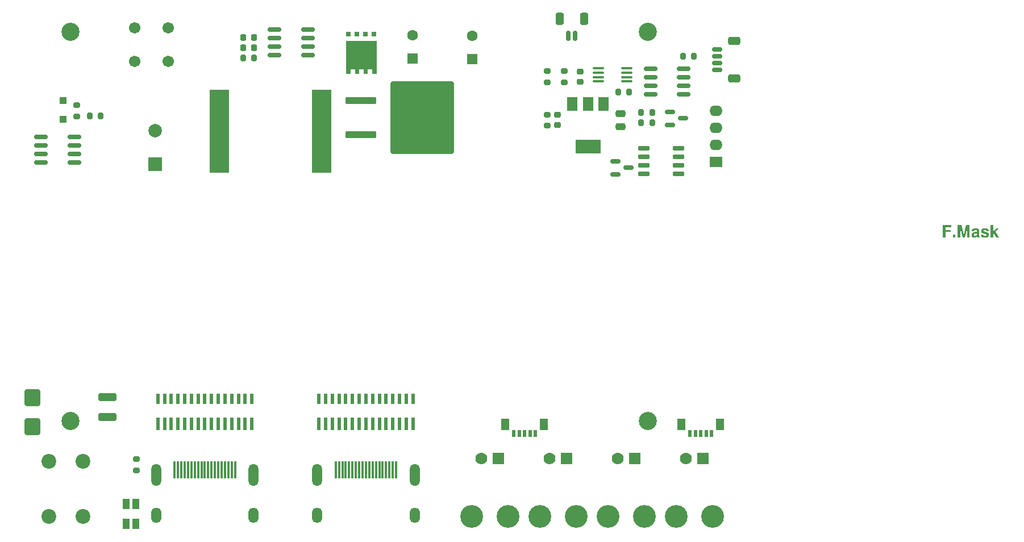
<source format=gbr>
%TF.GenerationSoftware,KiCad,Pcbnew,7.0.9-7.0.9~ubuntu22.04.1*%
%TF.CreationDate,2023-12-27T17:21:18-08:00*%
%TF.ProjectId,NX-J401-Adapter,4e582d4a-3430-4312-9d41-646170746572,1*%
%TF.SameCoordinates,Original*%
%TF.FileFunction,Soldermask,Top*%
%TF.FilePolarity,Negative*%
%FSLAX46Y46*%
G04 Gerber Fmt 4.6, Leading zero omitted, Abs format (unit mm)*
G04 Created by KiCad (PCBNEW 7.0.9-7.0.9~ubuntu22.04.1) date 2023-12-27 17:21:18*
%MOMM*%
%LPD*%
G01*
G04 APERTURE LIST*
G04 Aperture macros list*
%AMRoundRect*
0 Rectangle with rounded corners*
0 $1 Rounding radius*
0 $2 $3 $4 $5 $6 $7 $8 $9 X,Y pos of 4 corners*
0 Add a 4 corners polygon primitive as box body*
4,1,4,$2,$3,$4,$5,$6,$7,$8,$9,$2,$3,0*
0 Add four circle primitives for the rounded corners*
1,1,$1+$1,$2,$3*
1,1,$1+$1,$4,$5*
1,1,$1+$1,$6,$7*
1,1,$1+$1,$8,$9*
0 Add four rect primitives between the rounded corners*
20,1,$1+$1,$2,$3,$4,$5,0*
20,1,$1+$1,$4,$5,$6,$7,0*
20,1,$1+$1,$6,$7,$8,$9,0*
20,1,$1+$1,$8,$9,$2,$3,0*%
%AMFreePoly0*
4,1,18,2.145000,-2.250000,-2.145000,-2.250000,-2.805000,-2.250000,-2.805000,-1.590000,-2.145000,-1.590000,-2.145000,-0.970000,-2.805000,-0.970000,-2.805000,-0.310000,-2.145000,-0.310000,-2.145000,0.310000,-2.805000,0.310000,-2.805000,0.970000,-2.145000,0.970000,-2.145000,1.590000,-2.805000,1.590000,-2.805000,2.250000,2.145000,2.250000,2.145000,-2.250000,2.145000,-2.250000,$1*%
G04 Aperture macros list end*
%ADD10C,0.300000*%
%ADD11RoundRect,0.250000X-1.100000X0.325000X-1.100000X-0.325000X1.100000X-0.325000X1.100000X0.325000X0*%
%ADD12C,2.700000*%
%ADD13C,3.400000*%
%ADD14R,1.778000X1.778000*%
%ADD15C,1.778000*%
%ADD16R,2.000000X2.000000*%
%ADD17C,2.000000*%
%ADD18C,2.200000*%
%ADD19RoundRect,0.200000X-0.200000X-0.275000X0.200000X-0.275000X0.200000X0.275000X-0.200000X0.275000X0*%
%ADD20RoundRect,0.200000X0.200000X0.275000X-0.200000X0.275000X-0.200000X-0.275000X0.200000X-0.275000X0*%
%ADD21RoundRect,0.250000X-0.900000X1.000000X-0.900000X-1.000000X0.900000X-1.000000X0.900000X1.000000X0*%
%ADD22RoundRect,0.150000X0.825000X0.150000X-0.825000X0.150000X-0.825000X-0.150000X0.825000X-0.150000X0*%
%ADD23RoundRect,0.150000X-0.625000X0.150000X-0.625000X-0.150000X0.625000X-0.150000X0.625000X0.150000X0*%
%ADD24RoundRect,0.250000X-0.650000X0.350000X-0.650000X-0.350000X0.650000X-0.350000X0.650000X0.350000X0*%
%ADD25RoundRect,0.200000X0.275000X-0.200000X0.275000X0.200000X-0.275000X0.200000X-0.275000X-0.200000X0*%
%ADD26R,1.600000X1.600000*%
%ADD27C,1.600000*%
%ADD28RoundRect,0.225000X0.225000X0.250000X-0.225000X0.250000X-0.225000X-0.250000X0.225000X-0.250000X0*%
%ADD29RoundRect,0.250000X-0.475000X0.250000X-0.475000X-0.250000X0.475000X-0.250000X0.475000X0.250000X0*%
%ADD30RoundRect,0.150000X-0.150000X-0.625000X0.150000X-0.625000X0.150000X0.625000X-0.150000X0.625000X0*%
%ADD31RoundRect,0.250000X-0.350000X-0.650000X0.350000X-0.650000X0.350000X0.650000X-0.350000X0.650000X0*%
%ADD32RoundRect,0.100000X-0.712500X-0.100000X0.712500X-0.100000X0.712500X0.100000X-0.712500X0.100000X0*%
%ADD33R,0.508000X1.092200*%
%ADD34R,1.193800X1.701800*%
%ADD35RoundRect,0.150000X-0.587500X-0.150000X0.587500X-0.150000X0.587500X0.150000X-0.587500X0.150000X0*%
%ADD36RoundRect,0.250000X-0.300000X0.300000X-0.300000X-0.300000X0.300000X-0.300000X0.300000X0.300000X0*%
%ADD37R,1.500000X2.000000*%
%ADD38R,3.800000X2.000000*%
%ADD39RoundRect,0.225000X-0.250000X0.225000X-0.250000X-0.225000X0.250000X-0.225000X0.250000X0.225000X0*%
%ADD40RoundRect,0.150000X0.725000X0.150000X-0.725000X0.150000X-0.725000X-0.150000X0.725000X-0.150000X0*%
%ADD41R,0.660000X0.750000*%
%ADD42FreePoly0,90.000000*%
%ADD43R,2.895600X12.446000*%
%ADD44R,1.090000X1.500000*%
%ADD45R,0.300000X2.600000*%
%ADD46O,1.500000X3.300000*%
%ADD47O,1.500000X2.300000*%
%ADD48RoundRect,0.250000X-2.050000X-0.300000X2.050000X-0.300000X2.050000X0.300000X-2.050000X0.300000X0*%
%ADD49RoundRect,0.250002X-4.449998X-5.149998X4.449998X-5.149998X4.449998X5.149998X-4.449998X5.149998X0*%
%ADD50R,0.600000X1.850000*%
%ADD51R,0.600000X1.650000*%
%ADD52RoundRect,0.150000X-0.825000X-0.150000X0.825000X-0.150000X0.825000X0.150000X-0.825000X0.150000X0*%
%ADD53C,1.701800*%
%ADD54R,1.905000X1.600200*%
%ADD55O,1.905000X1.600200*%
G04 APERTURE END LIST*
D10*
G36*
X359350399Y-113847157D02*
G01*
X359350399Y-114632741D01*
X358975195Y-114632741D01*
X358975195Y-112809267D01*
X360255839Y-112809267D01*
X360255839Y-113121937D01*
X359350399Y-113121937D01*
X359350399Y-113534487D01*
X360148142Y-113534487D01*
X360148142Y-113847157D01*
X359350399Y-113847157D01*
G37*
G36*
X360847306Y-114267525D02*
G01*
X360847306Y-114632741D01*
X360472102Y-114632741D01*
X360472102Y-114267525D01*
X360847306Y-114267525D01*
G37*
G36*
X361544300Y-113211829D02*
G01*
X361544300Y-114632741D01*
X361169096Y-114632741D01*
X361169096Y-112809267D01*
X361729296Y-112809267D01*
X362059336Y-114260142D01*
X362379823Y-112809267D01*
X362944800Y-112809267D01*
X362944800Y-114632741D01*
X362569596Y-114632741D01*
X362569596Y-113211829D01*
X362246938Y-114632741D01*
X361871735Y-114632741D01*
X361544300Y-113211829D01*
G37*
G36*
X363875132Y-113260004D02*
G01*
X363908064Y-113261220D01*
X363939915Y-113263247D01*
X363970687Y-113266085D01*
X364000380Y-113269734D01*
X364028992Y-113274194D01*
X364056525Y-113279464D01*
X364082979Y-113285546D01*
X364108352Y-113292438D01*
X364132646Y-113300141D01*
X364155860Y-113308655D01*
X364177994Y-113317980D01*
X364199049Y-113328115D01*
X364219024Y-113339062D01*
X364237919Y-113350819D01*
X364255734Y-113363387D01*
X364272470Y-113376767D01*
X364288126Y-113390956D01*
X364302702Y-113405957D01*
X364316199Y-113421769D01*
X364328615Y-113438391D01*
X364339952Y-113455825D01*
X364350210Y-113474069D01*
X364359387Y-113493124D01*
X364367485Y-113512990D01*
X364374504Y-113533666D01*
X364380442Y-113555154D01*
X364385301Y-113577452D01*
X364389080Y-113600562D01*
X364391779Y-113624482D01*
X364393399Y-113649213D01*
X364393939Y-113674755D01*
X364393939Y-114425162D01*
X364395187Y-114447975D01*
X364398933Y-114470163D01*
X364405175Y-114491727D01*
X364413915Y-114512667D01*
X364425151Y-114532982D01*
X364435217Y-114547809D01*
X364446688Y-114562285D01*
X364459563Y-114576409D01*
X364473843Y-114590183D01*
X364473843Y-114632741D01*
X364093862Y-114632741D01*
X364082353Y-114616275D01*
X364072794Y-114598093D01*
X364065186Y-114578192D01*
X364060504Y-114561036D01*
X364057070Y-114542780D01*
X364054885Y-114523424D01*
X364053949Y-114502970D01*
X364053910Y-114497684D01*
X364030577Y-114520980D01*
X364006935Y-114542773D01*
X363982984Y-114563063D01*
X363958725Y-114581850D01*
X363934157Y-114599134D01*
X363909280Y-114614915D01*
X363884094Y-114629193D01*
X363858600Y-114641969D01*
X363832797Y-114653241D01*
X363806685Y-114663010D01*
X363780264Y-114671276D01*
X363753535Y-114678040D01*
X363726497Y-114683300D01*
X363699150Y-114687057D01*
X363671495Y-114689312D01*
X363643531Y-114690063D01*
X363620688Y-114689629D01*
X363598408Y-114688326D01*
X363576691Y-114686155D01*
X363555538Y-114683115D01*
X363534948Y-114679207D01*
X363514921Y-114674430D01*
X363495457Y-114668784D01*
X363476556Y-114662270D01*
X363458219Y-114654888D01*
X363440445Y-114646637D01*
X363423233Y-114637517D01*
X363406586Y-114627529D01*
X363390501Y-114616673D01*
X363374979Y-114604948D01*
X363360021Y-114592354D01*
X363345626Y-114578892D01*
X363332006Y-114564715D01*
X363319265Y-114549979D01*
X363307402Y-114534683D01*
X363296418Y-114518828D01*
X363286313Y-114502412D01*
X363277087Y-114485437D01*
X363268739Y-114467902D01*
X363261270Y-114449807D01*
X363254680Y-114431152D01*
X363248968Y-114411938D01*
X363244135Y-114392163D01*
X363240181Y-114371829D01*
X363237106Y-114350936D01*
X363234909Y-114329482D01*
X363233591Y-114307468D01*
X363233151Y-114284895D01*
X363233540Y-114262841D01*
X363234510Y-114244943D01*
X363583602Y-114244943D01*
X363584403Y-114263236D01*
X363586805Y-114280553D01*
X363592059Y-114300824D01*
X363599816Y-114319568D01*
X363610075Y-114336786D01*
X363622835Y-114352478D01*
X363634845Y-114363931D01*
X363651750Y-114376567D01*
X363670435Y-114387061D01*
X363686665Y-114393914D01*
X363704036Y-114399397D01*
X363722546Y-114403509D01*
X363742197Y-114406250D01*
X363762987Y-114407621D01*
X363773810Y-114407792D01*
X363798118Y-114407067D01*
X363821372Y-114404891D01*
X363843573Y-114401265D01*
X363864720Y-114396189D01*
X363884814Y-114389662D01*
X363903855Y-114381685D01*
X363921842Y-114372258D01*
X363938776Y-114361380D01*
X363954656Y-114349052D01*
X363969483Y-114335273D01*
X363978782Y-114325282D01*
X363991743Y-114309119D01*
X364003429Y-114291735D01*
X364013839Y-114273129D01*
X364022976Y-114253303D01*
X364030837Y-114232254D01*
X364037423Y-114209985D01*
X364042735Y-114186494D01*
X364046772Y-114161781D01*
X364049534Y-114135848D01*
X364050667Y-114117880D01*
X364051234Y-114099370D01*
X364051304Y-114089911D01*
X364051304Y-113994807D01*
X364035104Y-114001800D01*
X364016360Y-114008666D01*
X363999532Y-114014067D01*
X363981076Y-114019387D01*
X363960991Y-114024625D01*
X363939278Y-114029782D01*
X363921924Y-114033596D01*
X363903655Y-114037365D01*
X363783798Y-114059947D01*
X363763689Y-114064356D01*
X363744724Y-114069117D01*
X363726905Y-114074229D01*
X363710231Y-114079692D01*
X363689780Y-114087522D01*
X363671364Y-114095977D01*
X363654984Y-114105056D01*
X363637372Y-114117282D01*
X363628332Y-114125086D01*
X363615446Y-114139234D01*
X363604744Y-114155077D01*
X363596226Y-114172618D01*
X363589892Y-114191854D01*
X363585743Y-114212787D01*
X363583995Y-114230755D01*
X363583602Y-114244943D01*
X363234510Y-114244943D01*
X363234705Y-114241352D01*
X363236648Y-114220429D01*
X363239367Y-114200071D01*
X363242863Y-114180280D01*
X363247136Y-114161054D01*
X363252186Y-114142394D01*
X363258013Y-114124299D01*
X363264617Y-114106770D01*
X363271998Y-114089807D01*
X363280155Y-114073410D01*
X363289090Y-114057578D01*
X363298802Y-114042313D01*
X363309290Y-114027613D01*
X363320556Y-114013478D01*
X363332598Y-113999910D01*
X363345417Y-113986907D01*
X363359013Y-113974470D01*
X363373386Y-113962598D01*
X363388536Y-113951292D01*
X363404463Y-113940552D01*
X363421167Y-113930378D01*
X363438648Y-113920770D01*
X363456906Y-113911727D01*
X363475941Y-113903250D01*
X363495752Y-113895339D01*
X363516341Y-113887993D01*
X363537706Y-113881213D01*
X363559848Y-113874999D01*
X363582768Y-113869351D01*
X363606464Y-113864268D01*
X363630937Y-113859751D01*
X363771204Y-113834998D01*
X363789357Y-113833074D01*
X363808017Y-113830670D01*
X363821145Y-113828918D01*
X363839324Y-113826193D01*
X363858057Y-113823056D01*
X363875898Y-113819252D01*
X363878467Y-113818496D01*
X363895427Y-113814068D01*
X363912458Y-113810269D01*
X363927105Y-113807205D01*
X363945906Y-113802846D01*
X363962768Y-113797520D01*
X363978348Y-113789834D01*
X363992811Y-113779931D01*
X364007060Y-113769590D01*
X364014826Y-113763779D01*
X364027813Y-113751869D01*
X364038236Y-113737589D01*
X364043488Y-113725998D01*
X364048251Y-113709184D01*
X364050816Y-113690660D01*
X364051304Y-113677360D01*
X364049522Y-113653224D01*
X364044175Y-113631462D01*
X364035263Y-113612074D01*
X364022786Y-113595060D01*
X364006744Y-113580421D01*
X363987137Y-113568155D01*
X363963965Y-113558263D01*
X363946537Y-113552987D01*
X363927524Y-113548767D01*
X363906927Y-113545601D01*
X363884746Y-113543491D01*
X363860980Y-113542436D01*
X363848503Y-113542304D01*
X363824837Y-113542655D01*
X363802529Y-113543709D01*
X363781580Y-113545464D01*
X363761990Y-113547922D01*
X363743758Y-113551083D01*
X363721563Y-113556389D01*
X363701784Y-113562944D01*
X363684420Y-113570747D01*
X363669472Y-113579798D01*
X363666112Y-113582256D01*
X363650667Y-113596332D01*
X363639716Y-113609882D01*
X363630013Y-113625468D01*
X363621558Y-113643090D01*
X363614352Y-113662747D01*
X363608394Y-113684440D01*
X363604746Y-113702045D01*
X363601799Y-113720796D01*
X363600973Y-113727301D01*
X363263550Y-113727301D01*
X363266060Y-113698526D01*
X363269572Y-113670665D01*
X363274087Y-113643717D01*
X363279604Y-113617683D01*
X363286124Y-113592562D01*
X363293646Y-113568355D01*
X363302171Y-113545061D01*
X363311699Y-113522681D01*
X363322229Y-113501214D01*
X363333762Y-113480661D01*
X363346297Y-113461021D01*
X363359834Y-113442295D01*
X363374375Y-113424482D01*
X363389917Y-113407582D01*
X363406463Y-113391596D01*
X363424010Y-113376524D01*
X363442561Y-113362365D01*
X363462114Y-113349120D01*
X363482669Y-113336788D01*
X363504227Y-113325369D01*
X363526788Y-113314864D01*
X363550351Y-113305272D01*
X363574916Y-113296594D01*
X363600484Y-113288830D01*
X363627055Y-113281979D01*
X363654628Y-113276041D01*
X363683204Y-113271017D01*
X363712782Y-113266906D01*
X363743363Y-113263709D01*
X363774946Y-113261425D01*
X363807532Y-113260055D01*
X363841121Y-113259598D01*
X363875132Y-113260004D01*
G37*
G36*
X364959784Y-114240166D02*
G01*
X364964697Y-114260821D01*
X364970749Y-114280227D01*
X364977942Y-114298385D01*
X364986274Y-114315294D01*
X364995747Y-114330954D01*
X365006359Y-114345366D01*
X365018111Y-114358530D01*
X365031004Y-114370445D01*
X365045972Y-114380929D01*
X365063953Y-114390014D01*
X365084947Y-114397702D01*
X365102670Y-114402551D01*
X365122087Y-114406613D01*
X365143199Y-114409889D01*
X365166005Y-114412379D01*
X365190506Y-114414082D01*
X365216702Y-114415000D01*
X365235108Y-114415174D01*
X365257596Y-114414869D01*
X365279138Y-114413953D01*
X365299733Y-114412426D01*
X365319382Y-114410289D01*
X365338084Y-114407541D01*
X365355840Y-114404182D01*
X365378041Y-114398754D01*
X365398560Y-114392240D01*
X365417397Y-114384640D01*
X365426184Y-114380433D01*
X365442367Y-114371212D01*
X365459561Y-114358483D01*
X365473384Y-114344418D01*
X365483836Y-114329018D01*
X365490916Y-114312281D01*
X365494625Y-114294209D01*
X365495232Y-114282724D01*
X365493576Y-114263508D01*
X365488609Y-114246246D01*
X365480331Y-114230938D01*
X365468741Y-114217584D01*
X365453271Y-114205316D01*
X365435726Y-114195116D01*
X365417711Y-114186770D01*
X365400599Y-114180095D01*
X365381579Y-114173674D01*
X365377546Y-114172421D01*
X364959784Y-114042576D01*
X364941708Y-114037691D01*
X364929386Y-114033891D01*
X364912475Y-114028134D01*
X364895535Y-114021938D01*
X364890736Y-114019994D01*
X364873686Y-114012742D01*
X364856776Y-114006220D01*
X364849481Y-114003492D01*
X364832068Y-113996351D01*
X364815951Y-113988299D01*
X364803015Y-113980042D01*
X364788455Y-113968806D01*
X364773784Y-113957732D01*
X364761760Y-113948775D01*
X364747350Y-113936536D01*
X364735060Y-113923703D01*
X364723990Y-113908901D01*
X364723111Y-113907520D01*
X364713650Y-113891277D01*
X364704693Y-113875263D01*
X364696342Y-113859836D01*
X364694449Y-113856277D01*
X364686693Y-113839258D01*
X364680037Y-113820934D01*
X364675043Y-113803549D01*
X364671867Y-113789834D01*
X364668638Y-113770673D01*
X364666331Y-113750968D01*
X364665069Y-113733281D01*
X364664514Y-113715178D01*
X364664485Y-113709930D01*
X364665067Y-113684268D01*
X364666812Y-113659284D01*
X364669722Y-113634979D01*
X364673794Y-113611352D01*
X364679031Y-113588404D01*
X364685431Y-113566134D01*
X364692995Y-113544543D01*
X364701723Y-113523631D01*
X364711614Y-113503397D01*
X364722669Y-113483841D01*
X364734888Y-113464964D01*
X364748271Y-113446766D01*
X364762817Y-113429246D01*
X364778527Y-113412405D01*
X364795400Y-113396242D01*
X364813437Y-113380758D01*
X364832481Y-113366086D01*
X364852372Y-113352361D01*
X364873111Y-113339583D01*
X364894699Y-113327751D01*
X364917135Y-113316865D01*
X364940419Y-113306926D01*
X364964551Y-113297934D01*
X364989531Y-113289888D01*
X365015360Y-113282789D01*
X365042037Y-113276636D01*
X365069561Y-113271430D01*
X365097934Y-113267171D01*
X365127156Y-113263858D01*
X365157225Y-113261492D01*
X365188143Y-113260072D01*
X365219908Y-113259598D01*
X365253538Y-113260072D01*
X365286249Y-113261492D01*
X365318040Y-113263858D01*
X365348912Y-113267171D01*
X365378864Y-113271430D01*
X365407897Y-113276636D01*
X365436011Y-113282789D01*
X365463205Y-113289888D01*
X365489479Y-113297934D01*
X365514834Y-113306926D01*
X365539270Y-113316865D01*
X365562787Y-113327751D01*
X365585384Y-113339583D01*
X365607061Y-113352361D01*
X365627819Y-113366086D01*
X365647658Y-113380758D01*
X365666452Y-113396271D01*
X365684075Y-113412520D01*
X365700528Y-113429506D01*
X365715810Y-113447228D01*
X365729922Y-113465685D01*
X365742864Y-113484880D01*
X365754635Y-113504810D01*
X365765235Y-113525476D01*
X365774665Y-113546879D01*
X365782925Y-113569018D01*
X365790014Y-113591893D01*
X365795932Y-113615505D01*
X365800680Y-113639852D01*
X365804258Y-113664936D01*
X365806665Y-113690756D01*
X365807901Y-113717312D01*
X365470044Y-113717312D01*
X365468752Y-113695173D01*
X365465525Y-113674463D01*
X365460365Y-113655180D01*
X365453271Y-113637326D01*
X365444243Y-113620901D01*
X365433281Y-113605903D01*
X365420385Y-113592334D01*
X365405556Y-113580194D01*
X365388793Y-113569481D01*
X365370096Y-113560197D01*
X365349465Y-113552341D01*
X365326900Y-113545914D01*
X365302401Y-113540915D01*
X365275969Y-113537344D01*
X365247603Y-113535202D01*
X365217303Y-113534487D01*
X365194762Y-113535017D01*
X365173388Y-113536604D01*
X365153181Y-113539251D01*
X365134141Y-113542956D01*
X365116269Y-113547719D01*
X365099563Y-113553541D01*
X365080322Y-113562307D01*
X365069653Y-113568360D01*
X365053890Y-113579518D01*
X365040798Y-113591820D01*
X365028615Y-113608095D01*
X365020279Y-113626019D01*
X365015791Y-113645591D01*
X365014936Y-113659555D01*
X365016483Y-113678554D01*
X365021922Y-113697073D01*
X365031277Y-113712569D01*
X365039689Y-113721221D01*
X365055241Y-113731752D01*
X365070788Y-113739792D01*
X365089663Y-113747955D01*
X365107935Y-113754851D01*
X365128518Y-113761831D01*
X365137398Y-113764647D01*
X365579913Y-113892321D01*
X365612043Y-113902758D01*
X365642101Y-113914638D01*
X365670085Y-113927959D01*
X365695997Y-113942722D01*
X365719836Y-113958928D01*
X365741602Y-113976575D01*
X365761294Y-113995664D01*
X365778914Y-114016194D01*
X365794461Y-114038167D01*
X365807935Y-114061582D01*
X365819337Y-114086438D01*
X365828665Y-114112737D01*
X365835920Y-114140477D01*
X365841102Y-114169659D01*
X365844212Y-114200283D01*
X365845248Y-114232349D01*
X365844814Y-114251722D01*
X365843511Y-114270972D01*
X365841340Y-114290100D01*
X365838300Y-114309105D01*
X365834392Y-114327989D01*
X365829615Y-114346751D01*
X365823969Y-114365390D01*
X365817455Y-114383907D01*
X365810086Y-114402343D01*
X365801659Y-114420738D01*
X365792173Y-114439093D01*
X365781628Y-114457406D01*
X365770026Y-114475680D01*
X365757364Y-114493912D01*
X365743644Y-114512103D01*
X365732659Y-114525720D01*
X365728865Y-114530254D01*
X365716846Y-114543596D01*
X365703751Y-114556427D01*
X365689579Y-114568746D01*
X365674331Y-114580554D01*
X365658007Y-114591851D01*
X365640606Y-114602636D01*
X365622129Y-114612909D01*
X365602576Y-114622671D01*
X365581946Y-114631922D01*
X365560240Y-114640661D01*
X365545172Y-114646203D01*
X365521813Y-114654041D01*
X365497661Y-114661108D01*
X365472714Y-114667405D01*
X365455642Y-114671174D01*
X365438217Y-114674601D01*
X365420440Y-114677685D01*
X365402309Y-114680426D01*
X365383826Y-114682825D01*
X365364990Y-114684881D01*
X365345801Y-114686594D01*
X365326259Y-114687965D01*
X365306364Y-114688993D01*
X365286117Y-114689678D01*
X365265516Y-114690020D01*
X365255084Y-114690063D01*
X365216730Y-114689624D01*
X365179564Y-114688306D01*
X365143587Y-114686109D01*
X365108798Y-114683034D01*
X365075197Y-114679079D01*
X365042785Y-114674247D01*
X365011560Y-114668535D01*
X364981525Y-114661945D01*
X364952677Y-114654476D01*
X364925018Y-114646128D01*
X364898547Y-114636902D01*
X364873264Y-114626797D01*
X364849170Y-114615813D01*
X364826263Y-114603950D01*
X364804546Y-114591209D01*
X364784016Y-114577589D01*
X364764675Y-114563090D01*
X364746522Y-114547713D01*
X364729557Y-114531457D01*
X364713781Y-114514322D01*
X364699193Y-114496309D01*
X364685793Y-114477417D01*
X364673581Y-114457646D01*
X364662558Y-114436996D01*
X364652723Y-114415468D01*
X364644076Y-114393061D01*
X364636618Y-114369775D01*
X364630348Y-114345611D01*
X364625266Y-114320568D01*
X364621372Y-114294646D01*
X364618667Y-114267845D01*
X364617150Y-114240166D01*
X364959784Y-114240166D01*
G37*
G36*
X366437584Y-113807205D02*
G01*
X366880099Y-113282180D01*
X367277884Y-113282180D01*
X366817565Y-113792440D01*
X367310454Y-114632741D01*
X366900075Y-114632741D01*
X366577417Y-114037365D01*
X366437584Y-114189791D01*
X366437584Y-114632741D01*
X366087133Y-114632741D01*
X366087133Y-112809267D01*
X366437584Y-112809267D01*
X366437584Y-113807205D01*
G37*
D11*
%TO.C,C9*%
X234442000Y-138479000D03*
X234442000Y-141429000D03*
%TD*%
D12*
%TO.C,H1*%
X229000000Y-84000000D03*
%TD*%
D13*
%TO.C,J10*%
X304295000Y-156214000D03*
X298955000Y-156214000D03*
D14*
X302895000Y-147574000D03*
D15*
X300355000Y-147574000D03*
%TD*%
D16*
%TO.C,C8*%
X241554000Y-103713677D03*
D17*
X241554000Y-98713677D03*
%TD*%
D18*
%TO.C,J13*%
X225774000Y-148004000D03*
X225774000Y-156204000D03*
X230854000Y-148004000D03*
X230854000Y-156204000D03*
%TD*%
D19*
%TO.C,R5*%
X310579000Y-92964000D03*
X312229000Y-92964000D03*
%TD*%
D20*
%TO.C,R2*%
X321881000Y-87630000D03*
X320231000Y-87630000D03*
%TD*%
D21*
%TO.C,D5*%
X223266000Y-138566000D03*
X223266000Y-142866000D03*
%TD*%
D22*
%TO.C,Q2*%
X229551000Y-103505000D03*
X229551000Y-102235000D03*
X229551000Y-100965000D03*
X229551000Y-99695000D03*
X224601000Y-99695000D03*
X224601000Y-100965000D03*
X224601000Y-102235000D03*
X224601000Y-103505000D03*
%TD*%
D23*
%TO.C,J3*%
X325319000Y-86638000D03*
X325319000Y-87638000D03*
X325319000Y-88638000D03*
X325319000Y-89638000D03*
D24*
X327844000Y-85338000D03*
X327844000Y-90938000D03*
%TD*%
D25*
%TO.C,R9*%
X299974000Y-97980000D03*
X299974000Y-96330000D03*
%TD*%
D26*
%TO.C,C3*%
X279908000Y-88012651D03*
D27*
X279908000Y-84512651D03*
%TD*%
D28*
%TO.C,C1*%
X256299000Y-84836000D03*
X254749000Y-84836000D03*
%TD*%
D29*
%TO.C,C7*%
X310896000Y-96205000D03*
X310896000Y-98105000D03*
%TD*%
D20*
%TO.C,R7*%
X315658000Y-96012000D03*
X314008000Y-96012000D03*
%TD*%
D30*
%TO.C,J1*%
X303182400Y-84586200D03*
X304182400Y-84586200D03*
D31*
X301882400Y-82061200D03*
X305482400Y-82061200D03*
%TD*%
D13*
%TO.C,J9*%
X294135000Y-156214000D03*
X288795000Y-156214000D03*
D14*
X292735000Y-147574000D03*
D15*
X290195000Y-147574000D03*
%TD*%
D20*
%TO.C,R1*%
X256349000Y-87884000D03*
X254699000Y-87884000D03*
%TD*%
D32*
%TO.C,U2*%
X307640500Y-89449000D03*
X307640500Y-90099000D03*
X307640500Y-90749000D03*
X307640500Y-91399000D03*
X311865500Y-91399000D03*
X311865500Y-90749000D03*
X311865500Y-90099000D03*
X311865500Y-89449000D03*
%TD*%
D28*
%TO.C,C2*%
X256299000Y-86360000D03*
X254749000Y-86360000D03*
%TD*%
D33*
%TO.C,J8*%
X324484799Y-143889300D03*
X323684801Y-143889300D03*
X322884800Y-143889300D03*
X322084799Y-143889300D03*
X321284801Y-143889300D03*
D34*
X325784799Y-142489300D03*
X319984801Y-142489300D03*
%TD*%
D35*
%TO.C,D3*%
X318340500Y-95951000D03*
X318340500Y-97851000D03*
X320215500Y-96901000D03*
%TD*%
D36*
%TO.C,D1*%
X227838000Y-94231000D03*
X227838000Y-97031000D03*
%TD*%
D37*
%TO.C,U4*%
X308370000Y-94767000D03*
X306070000Y-94767000D03*
D38*
X306070000Y-101067000D03*
D37*
X303770000Y-94767000D03*
%TD*%
D39*
%TO.C,C6*%
X301498000Y-96380000D03*
X301498000Y-97930000D03*
%TD*%
D40*
%TO.C,U5*%
X319567000Y-105156000D03*
X319567000Y-103886000D03*
X319567000Y-102616000D03*
X319567000Y-101346000D03*
X314417000Y-101346000D03*
X314417000Y-102616000D03*
X314417000Y-103886000D03*
X314417000Y-105156000D03*
%TD*%
D41*
%TO.C,Q1*%
X274208000Y-84372000D03*
X272928000Y-84372000D03*
X271648000Y-84372000D03*
X270368000Y-84372000D03*
D42*
X272288000Y-87442000D03*
%TD*%
D26*
%TO.C,C4*%
X288798000Y-88082000D03*
D27*
X288798000Y-84582000D03*
%TD*%
D43*
%TO.C,L1*%
X251142500Y-98806000D03*
X266433300Y-98806000D03*
%TD*%
D44*
%TO.C,D6*%
X238748000Y-154361800D03*
X238748000Y-157361800D03*
X237248000Y-154361800D03*
X237248000Y-157361800D03*
%TD*%
D25*
%TO.C,R6*%
X229870000Y-96583000D03*
X229870000Y-94933000D03*
%TD*%
D13*
%TO.C,J11*%
X314455000Y-156214000D03*
X309115000Y-156214000D03*
D14*
X313055000Y-147574000D03*
D15*
X310515000Y-147574000D03*
%TD*%
D12*
%TO.C,H3*%
X229000000Y-142000000D03*
%TD*%
D45*
%TO.C,J14*%
X253500000Y-149315000D03*
X253000000Y-149315000D03*
X252500000Y-149315000D03*
X252000000Y-149315000D03*
X251500000Y-149315000D03*
X251000000Y-149315000D03*
X250500000Y-149315000D03*
X250000000Y-149315000D03*
X249500000Y-149315000D03*
X249000000Y-149315000D03*
X248500000Y-149315000D03*
X248000000Y-149315000D03*
X247500000Y-149315000D03*
X247000000Y-149315000D03*
X246500000Y-149315000D03*
X246000000Y-149315000D03*
X245500000Y-149315000D03*
X245000000Y-149315000D03*
X244500000Y-149315000D03*
D46*
X256250000Y-150075000D03*
X241750000Y-150075000D03*
D47*
X256250000Y-156035000D03*
X241750000Y-156035000D03*
%TD*%
D48*
%TO.C,D2*%
X272258000Y-94234000D03*
D49*
X281408000Y-96774000D03*
D48*
X272258000Y-99314000D03*
%TD*%
D50*
%TO.C,J5*%
X242000000Y-142430000D03*
D51*
X242000000Y-138680000D03*
D50*
X243000000Y-142430000D03*
D51*
X243000000Y-138680000D03*
D50*
X244000000Y-142430000D03*
D51*
X244000000Y-138680000D03*
D50*
X245000000Y-142430000D03*
D51*
X245000000Y-138680000D03*
D50*
X246000000Y-142430000D03*
D51*
X246000000Y-138680000D03*
D50*
X247000000Y-142430000D03*
D51*
X247000000Y-138680000D03*
D50*
X248000000Y-142430000D03*
D51*
X248000000Y-138680000D03*
D50*
X249000000Y-142430000D03*
D51*
X249000000Y-138680000D03*
D50*
X250000000Y-142430000D03*
D51*
X250000000Y-138680000D03*
D50*
X251000000Y-142430000D03*
D51*
X251000000Y-138680000D03*
D50*
X252000000Y-142430000D03*
D51*
X252000000Y-138680000D03*
D50*
X253000000Y-142430000D03*
D51*
X253000000Y-138680000D03*
D50*
X254000000Y-142430000D03*
D51*
X254000000Y-138680000D03*
D50*
X255000000Y-142430000D03*
D51*
X255000000Y-138680000D03*
D50*
X256000000Y-142430000D03*
D51*
X256000000Y-138680000D03*
%TD*%
D52*
%TO.C,U1*%
X259399000Y-83693000D03*
X259399000Y-84963000D03*
X259399000Y-86233000D03*
X259399000Y-87503000D03*
X264349000Y-87503000D03*
X264349000Y-86233000D03*
X264349000Y-84963000D03*
X264349000Y-83693000D03*
%TD*%
D25*
%TO.C,R11*%
X238785400Y-149338800D03*
X238785400Y-147688800D03*
%TD*%
D12*
%TO.C,H2*%
X315000000Y-84000000D03*
%TD*%
D33*
%TO.C,J7*%
X298246599Y-143889300D03*
X297446601Y-143889300D03*
X296646600Y-143889300D03*
X295846599Y-143889300D03*
X295046601Y-143889300D03*
D34*
X299546599Y-142489300D03*
X293746601Y-142489300D03*
%TD*%
D50*
%TO.C,J6*%
X266000000Y-142429440D03*
D51*
X266000000Y-138679440D03*
D50*
X267000000Y-142429440D03*
D51*
X267000000Y-138679440D03*
D50*
X268000000Y-142429440D03*
D51*
X268000000Y-138679440D03*
D50*
X269000000Y-142429440D03*
D51*
X269000000Y-138679440D03*
D50*
X270000000Y-142429440D03*
D51*
X270000000Y-138679440D03*
D50*
X271000000Y-142429440D03*
D51*
X271000000Y-138679440D03*
D50*
X272000000Y-142429440D03*
D51*
X272000000Y-138679440D03*
D50*
X273000000Y-142429440D03*
D51*
X273000000Y-138679440D03*
D50*
X274000000Y-142429440D03*
D51*
X274000000Y-138679440D03*
D50*
X275000000Y-142429440D03*
D51*
X275000000Y-138679440D03*
D50*
X276000000Y-142429440D03*
D51*
X276000000Y-138679440D03*
D50*
X277000000Y-142429440D03*
D51*
X277000000Y-138679440D03*
D50*
X278000000Y-142429440D03*
D51*
X278000000Y-138679440D03*
D50*
X279000000Y-142429440D03*
D51*
X279000000Y-138679440D03*
D50*
X280000000Y-142429440D03*
D51*
X280000000Y-138679440D03*
%TD*%
D53*
%TO.C,J2*%
X238561113Y-88406784D03*
X243561113Y-88406784D03*
X238561113Y-83406784D03*
X243561113Y-83406784D03*
%TD*%
D20*
%TO.C,R8*%
X233489000Y-96520000D03*
X231839000Y-96520000D03*
%TD*%
D45*
%TO.C,J15*%
X277500000Y-149315000D03*
X277000000Y-149315000D03*
X276500000Y-149315000D03*
X276000000Y-149315000D03*
X275500000Y-149315000D03*
X275000000Y-149315000D03*
X274500000Y-149315000D03*
X274000000Y-149315000D03*
X273500000Y-149315000D03*
X273000000Y-149315000D03*
X272500000Y-149315000D03*
X272000000Y-149315000D03*
X271500000Y-149315000D03*
X271000000Y-149315000D03*
X270500000Y-149315000D03*
X270000000Y-149315000D03*
X269500000Y-149315000D03*
X269000000Y-149315000D03*
X268500000Y-149315000D03*
D46*
X280250000Y-150075000D03*
X265750000Y-150075000D03*
D47*
X280250000Y-156035000D03*
X265750000Y-156035000D03*
%TD*%
D25*
%TO.C,R4*%
X299974000Y-91503000D03*
X299974000Y-89853000D03*
%TD*%
D39*
%TO.C,C5*%
X304927000Y-89903000D03*
X304927000Y-91453000D03*
%TD*%
D35*
%TO.C,D4*%
X310212500Y-103317000D03*
X310212500Y-105217000D03*
X312087500Y-104267000D03*
%TD*%
D12*
%TO.C,H4*%
X315000000Y-142000000D03*
%TD*%
D13*
%TO.C,J12*%
X324615000Y-156214000D03*
X319275000Y-156214000D03*
D14*
X323215000Y-147574000D03*
D15*
X320675000Y-147574000D03*
%TD*%
D20*
%TO.C,R10*%
X315658000Y-97536000D03*
X314008000Y-97536000D03*
%TD*%
D54*
%TO.C,J4*%
X325120000Y-103378000D03*
D55*
X325120000Y-100838000D03*
X325120000Y-98298000D03*
X325120000Y-95758000D03*
%TD*%
D52*
%TO.C,U3*%
X315406000Y-89535000D03*
X315406000Y-90805000D03*
X315406000Y-92075000D03*
X315406000Y-93345000D03*
X320356000Y-93345000D03*
X320356000Y-92075000D03*
X320356000Y-90805000D03*
X320356000Y-89535000D03*
%TD*%
D25*
%TO.C,R3*%
X302514000Y-91503000D03*
X302514000Y-89853000D03*
%TD*%
M02*

</source>
